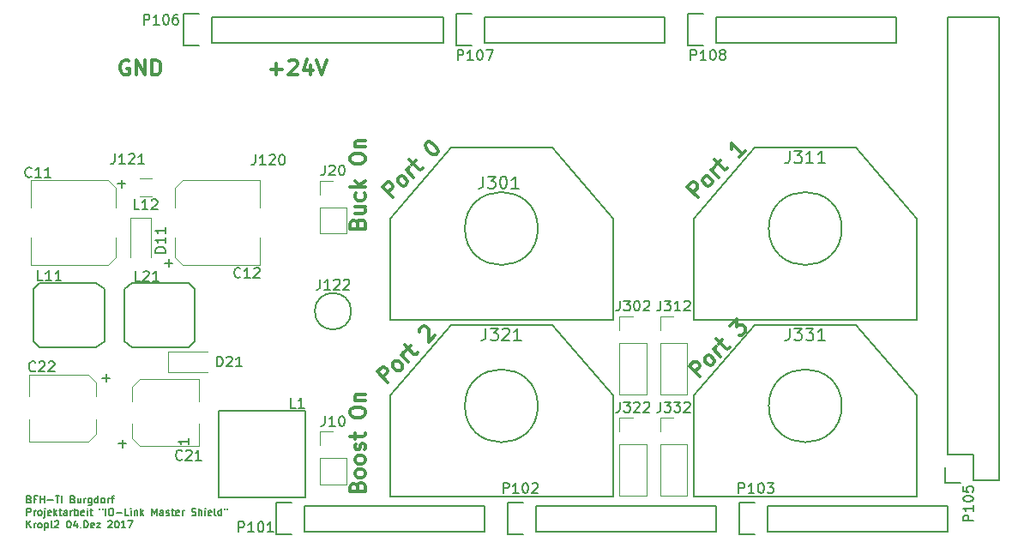
<source format=gbr>
G04 #@! TF.FileFunction,Legend,Top*
%FSLAX46Y46*%
G04 Gerber Fmt 4.6, Leading zero omitted, Abs format (unit mm)*
G04 Created by KiCad (PCBNEW 4.0.7) date 12/07/17 00:39:05*
%MOMM*%
%LPD*%
G01*
G04 APERTURE LIST*
%ADD10C,0.100000*%
%ADD11C,0.300000*%
%ADD12C,0.175000*%
%ADD13C,0.150000*%
%ADD14C,0.120000*%
G04 APERTURE END LIST*
D10*
D11*
X171609726Y-105143918D02*
X170549066Y-104083258D01*
X170953126Y-103679198D01*
X171104650Y-103628690D01*
X171205665Y-103628690D01*
X171357188Y-103679198D01*
X171508711Y-103830720D01*
X171559219Y-103982244D01*
X171559219Y-104083258D01*
X171508711Y-104234782D01*
X171104650Y-104638843D01*
X172821909Y-103931735D02*
X172670386Y-103982244D01*
X172569371Y-103982243D01*
X172417848Y-103931736D01*
X172114802Y-103628690D01*
X172064295Y-103477167D01*
X172064294Y-103376152D01*
X172114802Y-103224628D01*
X172266325Y-103073106D01*
X172417848Y-103022599D01*
X172518864Y-103022599D01*
X172670387Y-103073106D01*
X172973432Y-103376152D01*
X173023939Y-103527675D01*
X173023939Y-103628690D01*
X172973431Y-103780213D01*
X172821909Y-103931735D01*
X173630031Y-103123613D02*
X172922924Y-102416507D01*
X173124955Y-102618538D02*
X173074447Y-102467015D01*
X173074447Y-102365999D01*
X173124955Y-102214476D01*
X173225970Y-102113461D01*
X173428000Y-101911431D02*
X173832061Y-101507369D01*
X173225970Y-101406354D02*
X174135107Y-102315492D01*
X174286630Y-102366000D01*
X174438153Y-102315491D01*
X174539168Y-102214476D01*
X174539168Y-100093156D02*
X175195767Y-99436557D01*
X175246275Y-100194172D01*
X175397798Y-100042649D01*
X175549321Y-99992141D01*
X175650336Y-99992141D01*
X175801859Y-100042649D01*
X176054397Y-100295187D01*
X176104905Y-100446709D01*
X176104905Y-100547725D01*
X176054397Y-100699247D01*
X175751351Y-101002294D01*
X175599828Y-101052802D01*
X175498813Y-101052801D01*
X140809726Y-105693918D02*
X139749066Y-104633258D01*
X140153126Y-104229198D01*
X140304650Y-104178690D01*
X140405665Y-104178690D01*
X140557188Y-104229198D01*
X140708711Y-104380720D01*
X140759219Y-104532244D01*
X140759219Y-104633258D01*
X140708711Y-104784782D01*
X140304650Y-105188843D01*
X142021909Y-104481735D02*
X141870386Y-104532244D01*
X141769371Y-104532243D01*
X141617848Y-104481736D01*
X141314802Y-104178690D01*
X141264295Y-104027167D01*
X141264294Y-103926152D01*
X141314802Y-103774628D01*
X141466325Y-103623106D01*
X141617848Y-103572599D01*
X141718864Y-103572599D01*
X141870387Y-103623106D01*
X142173432Y-103926152D01*
X142223939Y-104077675D01*
X142223939Y-104178690D01*
X142173431Y-104330213D01*
X142021909Y-104481735D01*
X142830031Y-103673613D02*
X142122924Y-102966507D01*
X142324955Y-103168538D02*
X142274447Y-103017015D01*
X142274447Y-102915999D01*
X142324955Y-102764476D01*
X142425970Y-102663461D01*
X142628000Y-102461431D02*
X143032061Y-102057369D01*
X142425970Y-101956354D02*
X143335107Y-102865492D01*
X143486630Y-102916000D01*
X143638153Y-102865491D01*
X143739168Y-102764476D01*
X143890691Y-100693665D02*
X143890691Y-100592649D01*
X143941198Y-100441126D01*
X144193737Y-100188587D01*
X144345260Y-100138080D01*
X144446276Y-100138080D01*
X144597798Y-100188588D01*
X144698813Y-100289603D01*
X144799829Y-100491633D01*
X144799828Y-101703816D01*
X145456427Y-101047217D01*
X171409726Y-87443918D02*
X170349066Y-86383258D01*
X170753126Y-85979198D01*
X170904650Y-85928690D01*
X171005665Y-85928690D01*
X171157188Y-85979198D01*
X171308711Y-86130720D01*
X171359219Y-86282244D01*
X171359219Y-86383258D01*
X171308711Y-86534782D01*
X170904650Y-86938843D01*
X172621909Y-86231735D02*
X172470386Y-86282244D01*
X172369371Y-86282243D01*
X172217848Y-86231736D01*
X171914802Y-85928690D01*
X171864295Y-85777167D01*
X171864294Y-85676152D01*
X171914802Y-85524628D01*
X172066325Y-85373106D01*
X172217848Y-85322599D01*
X172318864Y-85322599D01*
X172470387Y-85373106D01*
X172773432Y-85676152D01*
X172823939Y-85827675D01*
X172823939Y-85928690D01*
X172773431Y-86080213D01*
X172621909Y-86231735D01*
X173430031Y-85423613D02*
X172722924Y-84716507D01*
X172924955Y-84918538D02*
X172874447Y-84767015D01*
X172874447Y-84665999D01*
X172924955Y-84514476D01*
X173025970Y-84413461D01*
X173228000Y-84211431D02*
X173632061Y-83807369D01*
X173025970Y-83706354D02*
X173935107Y-84615492D01*
X174086630Y-84666000D01*
X174238153Y-84615491D01*
X174339168Y-84514476D01*
X176056427Y-82797217D02*
X175450335Y-83403309D01*
X175753382Y-83100263D02*
X174692721Y-82039602D01*
X174743229Y-82292141D01*
X174743229Y-82494172D01*
X174692721Y-82645695D01*
X141309726Y-87443918D02*
X140249066Y-86383258D01*
X140653126Y-85979198D01*
X140804650Y-85928690D01*
X140905665Y-85928690D01*
X141057188Y-85979198D01*
X141208711Y-86130720D01*
X141259219Y-86282244D01*
X141259219Y-86383258D01*
X141208711Y-86534782D01*
X140804650Y-86938843D01*
X142521909Y-86231735D02*
X142370386Y-86282244D01*
X142269371Y-86282243D01*
X142117848Y-86231736D01*
X141814802Y-85928690D01*
X141764295Y-85777167D01*
X141764294Y-85676152D01*
X141814802Y-85524628D01*
X141966325Y-85373106D01*
X142117848Y-85322599D01*
X142218864Y-85322599D01*
X142370387Y-85373106D01*
X142673432Y-85676152D01*
X142723939Y-85827675D01*
X142723939Y-85928690D01*
X142673431Y-86080213D01*
X142521909Y-86231735D01*
X143330031Y-85423613D02*
X142622924Y-84716507D01*
X142824955Y-84918538D02*
X142774447Y-84767015D01*
X142774447Y-84665999D01*
X142824955Y-84514476D01*
X142925970Y-84413461D01*
X143128000Y-84211431D02*
X143532061Y-83807369D01*
X142925970Y-83706354D02*
X143835107Y-84615492D01*
X143986630Y-84666000D01*
X144138153Y-84615491D01*
X144239168Y-84514476D01*
X144542214Y-82090110D02*
X144643229Y-81989095D01*
X144794752Y-81938588D01*
X144895768Y-81938588D01*
X145047291Y-81989095D01*
X145299828Y-82140618D01*
X145552367Y-82393157D01*
X145703890Y-82645694D01*
X145754397Y-82797217D01*
X145754397Y-82898233D01*
X145703889Y-83049755D01*
X145602874Y-83150771D01*
X145451351Y-83201279D01*
X145350335Y-83201279D01*
X145198813Y-83150771D01*
X144946275Y-82999248D01*
X144693737Y-82746710D01*
X144542214Y-82494172D01*
X144491706Y-82342649D01*
X144491706Y-82241633D01*
X144542214Y-82090110D01*
X137770857Y-90023143D02*
X137842286Y-89808857D01*
X137913714Y-89737429D01*
X138056571Y-89666000D01*
X138270857Y-89666000D01*
X138413714Y-89737429D01*
X138485143Y-89808857D01*
X138556571Y-89951715D01*
X138556571Y-90523143D01*
X137056571Y-90523143D01*
X137056571Y-90023143D01*
X137128000Y-89880286D01*
X137199429Y-89808857D01*
X137342286Y-89737429D01*
X137485143Y-89737429D01*
X137628000Y-89808857D01*
X137699429Y-89880286D01*
X137770857Y-90023143D01*
X137770857Y-90523143D01*
X137556571Y-88380286D02*
X138556571Y-88380286D01*
X137556571Y-89023143D02*
X138342286Y-89023143D01*
X138485143Y-88951715D01*
X138556571Y-88808857D01*
X138556571Y-88594572D01*
X138485143Y-88451715D01*
X138413714Y-88380286D01*
X138485143Y-87023143D02*
X138556571Y-87166000D01*
X138556571Y-87451714D01*
X138485143Y-87594572D01*
X138413714Y-87666000D01*
X138270857Y-87737429D01*
X137842286Y-87737429D01*
X137699429Y-87666000D01*
X137628000Y-87594572D01*
X137556571Y-87451714D01*
X137556571Y-87166000D01*
X137628000Y-87023143D01*
X138556571Y-86380286D02*
X137056571Y-86380286D01*
X137985143Y-86237429D02*
X138556571Y-85808858D01*
X137556571Y-85808858D02*
X138128000Y-86380286D01*
X137056571Y-83737429D02*
X137056571Y-83451715D01*
X137128000Y-83308857D01*
X137270857Y-83166000D01*
X137556571Y-83094572D01*
X138056571Y-83094572D01*
X138342286Y-83166000D01*
X138485143Y-83308857D01*
X138556571Y-83451715D01*
X138556571Y-83737429D01*
X138485143Y-83880286D01*
X138342286Y-84023143D01*
X138056571Y-84094572D01*
X137556571Y-84094572D01*
X137270857Y-84023143D01*
X137128000Y-83880286D01*
X137056571Y-83737429D01*
X137556571Y-82451714D02*
X138556571Y-82451714D01*
X137699429Y-82451714D02*
X137628000Y-82380286D01*
X137556571Y-82237428D01*
X137556571Y-82023143D01*
X137628000Y-81880286D01*
X137770857Y-81808857D01*
X138556571Y-81808857D01*
X137770857Y-115987429D02*
X137842286Y-115773143D01*
X137913714Y-115701715D01*
X138056571Y-115630286D01*
X138270857Y-115630286D01*
X138413714Y-115701715D01*
X138485143Y-115773143D01*
X138556571Y-115916001D01*
X138556571Y-116487429D01*
X137056571Y-116487429D01*
X137056571Y-115987429D01*
X137128000Y-115844572D01*
X137199429Y-115773143D01*
X137342286Y-115701715D01*
X137485143Y-115701715D01*
X137628000Y-115773143D01*
X137699429Y-115844572D01*
X137770857Y-115987429D01*
X137770857Y-116487429D01*
X138556571Y-114773143D02*
X138485143Y-114916001D01*
X138413714Y-114987429D01*
X138270857Y-115058858D01*
X137842286Y-115058858D01*
X137699429Y-114987429D01*
X137628000Y-114916001D01*
X137556571Y-114773143D01*
X137556571Y-114558858D01*
X137628000Y-114416001D01*
X137699429Y-114344572D01*
X137842286Y-114273143D01*
X138270857Y-114273143D01*
X138413714Y-114344572D01*
X138485143Y-114416001D01*
X138556571Y-114558858D01*
X138556571Y-114773143D01*
X138556571Y-113416000D02*
X138485143Y-113558858D01*
X138413714Y-113630286D01*
X138270857Y-113701715D01*
X137842286Y-113701715D01*
X137699429Y-113630286D01*
X137628000Y-113558858D01*
X137556571Y-113416000D01*
X137556571Y-113201715D01*
X137628000Y-113058858D01*
X137699429Y-112987429D01*
X137842286Y-112916000D01*
X138270857Y-112916000D01*
X138413714Y-112987429D01*
X138485143Y-113058858D01*
X138556571Y-113201715D01*
X138556571Y-113416000D01*
X138485143Y-112344572D02*
X138556571Y-112201715D01*
X138556571Y-111916000D01*
X138485143Y-111773143D01*
X138342286Y-111701715D01*
X138270857Y-111701715D01*
X138128000Y-111773143D01*
X138056571Y-111916000D01*
X138056571Y-112130286D01*
X137985143Y-112273143D01*
X137842286Y-112344572D01*
X137770857Y-112344572D01*
X137628000Y-112273143D01*
X137556571Y-112130286D01*
X137556571Y-111916000D01*
X137628000Y-111773143D01*
X137556571Y-111273143D02*
X137556571Y-110701714D01*
X137056571Y-111058857D02*
X138342286Y-111058857D01*
X138485143Y-110987429D01*
X138556571Y-110844571D01*
X138556571Y-110701714D01*
X137056571Y-108773143D02*
X137056571Y-108487429D01*
X137128000Y-108344571D01*
X137270857Y-108201714D01*
X137556571Y-108130286D01*
X138056571Y-108130286D01*
X138342286Y-108201714D01*
X138485143Y-108344571D01*
X138556571Y-108487429D01*
X138556571Y-108773143D01*
X138485143Y-108916000D01*
X138342286Y-109058857D01*
X138056571Y-109130286D01*
X137556571Y-109130286D01*
X137270857Y-109058857D01*
X137128000Y-108916000D01*
X137056571Y-108773143D01*
X137556571Y-107487428D02*
X138556571Y-107487428D01*
X137699429Y-107487428D02*
X137628000Y-107416000D01*
X137556571Y-107273142D01*
X137556571Y-107058857D01*
X137628000Y-106916000D01*
X137770857Y-106844571D01*
X138556571Y-106844571D01*
D12*
X105400000Y-117225000D02*
X105500000Y-117258333D01*
X105533333Y-117291667D01*
X105566667Y-117358333D01*
X105566667Y-117458333D01*
X105533333Y-117525000D01*
X105500000Y-117558333D01*
X105433333Y-117591667D01*
X105166667Y-117591667D01*
X105166667Y-116891667D01*
X105400000Y-116891667D01*
X105466667Y-116925000D01*
X105500000Y-116958333D01*
X105533333Y-117025000D01*
X105533333Y-117091667D01*
X105500000Y-117158333D01*
X105466667Y-117191667D01*
X105400000Y-117225000D01*
X105166667Y-117225000D01*
X106100000Y-117225000D02*
X105866667Y-117225000D01*
X105866667Y-117591667D02*
X105866667Y-116891667D01*
X106200000Y-116891667D01*
X106466667Y-117591667D02*
X106466667Y-116891667D01*
X106466667Y-117225000D02*
X106866667Y-117225000D01*
X106866667Y-117591667D02*
X106866667Y-116891667D01*
X107200000Y-117325000D02*
X107733333Y-117325000D01*
X107966667Y-116891667D02*
X108366667Y-116891667D01*
X108166667Y-117591667D02*
X108166667Y-116891667D01*
X108600000Y-117591667D02*
X108600000Y-116891667D01*
X109699999Y-117225000D02*
X109799999Y-117258333D01*
X109833332Y-117291667D01*
X109866666Y-117358333D01*
X109866666Y-117458333D01*
X109833332Y-117525000D01*
X109799999Y-117558333D01*
X109733332Y-117591667D01*
X109466666Y-117591667D01*
X109466666Y-116891667D01*
X109699999Y-116891667D01*
X109766666Y-116925000D01*
X109799999Y-116958333D01*
X109833332Y-117025000D01*
X109833332Y-117091667D01*
X109799999Y-117158333D01*
X109766666Y-117191667D01*
X109699999Y-117225000D01*
X109466666Y-117225000D01*
X110466666Y-117125000D02*
X110466666Y-117591667D01*
X110166666Y-117125000D02*
X110166666Y-117491667D01*
X110199999Y-117558333D01*
X110266666Y-117591667D01*
X110366666Y-117591667D01*
X110433332Y-117558333D01*
X110466666Y-117525000D01*
X110799999Y-117591667D02*
X110799999Y-117125000D01*
X110799999Y-117258333D02*
X110833332Y-117191667D01*
X110866665Y-117158333D01*
X110933332Y-117125000D01*
X110999999Y-117125000D01*
X111533332Y-117125000D02*
X111533332Y-117691667D01*
X111499998Y-117758333D01*
X111466665Y-117791667D01*
X111399998Y-117825000D01*
X111299998Y-117825000D01*
X111233332Y-117791667D01*
X111533332Y-117558333D02*
X111466665Y-117591667D01*
X111333332Y-117591667D01*
X111266665Y-117558333D01*
X111233332Y-117525000D01*
X111199998Y-117458333D01*
X111199998Y-117258333D01*
X111233332Y-117191667D01*
X111266665Y-117158333D01*
X111333332Y-117125000D01*
X111466665Y-117125000D01*
X111533332Y-117158333D01*
X112166665Y-117591667D02*
X112166665Y-116891667D01*
X112166665Y-117558333D02*
X112099998Y-117591667D01*
X111966665Y-117591667D01*
X111899998Y-117558333D01*
X111866665Y-117525000D01*
X111833331Y-117458333D01*
X111833331Y-117258333D01*
X111866665Y-117191667D01*
X111899998Y-117158333D01*
X111966665Y-117125000D01*
X112099998Y-117125000D01*
X112166665Y-117158333D01*
X112599998Y-117591667D02*
X112533331Y-117558333D01*
X112499998Y-117525000D01*
X112466664Y-117458333D01*
X112466664Y-117258333D01*
X112499998Y-117191667D01*
X112533331Y-117158333D01*
X112599998Y-117125000D01*
X112699998Y-117125000D01*
X112766664Y-117158333D01*
X112799998Y-117191667D01*
X112833331Y-117258333D01*
X112833331Y-117458333D01*
X112799998Y-117525000D01*
X112766664Y-117558333D01*
X112699998Y-117591667D01*
X112599998Y-117591667D01*
X113133331Y-117591667D02*
X113133331Y-117125000D01*
X113133331Y-117258333D02*
X113166664Y-117191667D01*
X113199997Y-117158333D01*
X113266664Y-117125000D01*
X113333331Y-117125000D01*
X113466664Y-117125000D02*
X113733330Y-117125000D01*
X113566664Y-117591667D02*
X113566664Y-116991667D01*
X113599997Y-116925000D01*
X113666664Y-116891667D01*
X113733330Y-116891667D01*
X105166667Y-118816667D02*
X105166667Y-118116667D01*
X105433333Y-118116667D01*
X105500000Y-118150000D01*
X105533333Y-118183333D01*
X105566667Y-118250000D01*
X105566667Y-118350000D01*
X105533333Y-118416667D01*
X105500000Y-118450000D01*
X105433333Y-118483333D01*
X105166667Y-118483333D01*
X105866667Y-118816667D02*
X105866667Y-118350000D01*
X105866667Y-118483333D02*
X105900000Y-118416667D01*
X105933333Y-118383333D01*
X106000000Y-118350000D01*
X106066667Y-118350000D01*
X106400000Y-118816667D02*
X106333333Y-118783333D01*
X106300000Y-118750000D01*
X106266666Y-118683333D01*
X106266666Y-118483333D01*
X106300000Y-118416667D01*
X106333333Y-118383333D01*
X106400000Y-118350000D01*
X106500000Y-118350000D01*
X106566666Y-118383333D01*
X106600000Y-118416667D01*
X106633333Y-118483333D01*
X106633333Y-118683333D01*
X106600000Y-118750000D01*
X106566666Y-118783333D01*
X106500000Y-118816667D01*
X106400000Y-118816667D01*
X106933333Y-118350000D02*
X106933333Y-118950000D01*
X106899999Y-119016667D01*
X106833333Y-119050000D01*
X106799999Y-119050000D01*
X106933333Y-118116667D02*
X106899999Y-118150000D01*
X106933333Y-118183333D01*
X106966666Y-118150000D01*
X106933333Y-118116667D01*
X106933333Y-118183333D01*
X107533332Y-118783333D02*
X107466666Y-118816667D01*
X107333332Y-118816667D01*
X107266666Y-118783333D01*
X107233332Y-118716667D01*
X107233332Y-118450000D01*
X107266666Y-118383333D01*
X107333332Y-118350000D01*
X107466666Y-118350000D01*
X107533332Y-118383333D01*
X107566666Y-118450000D01*
X107566666Y-118516667D01*
X107233332Y-118583333D01*
X107866666Y-118816667D02*
X107866666Y-118116667D01*
X107933332Y-118550000D02*
X108133332Y-118816667D01*
X108133332Y-118350000D02*
X107866666Y-118616667D01*
X108333333Y-118350000D02*
X108599999Y-118350000D01*
X108433333Y-118116667D02*
X108433333Y-118716667D01*
X108466666Y-118783333D01*
X108533333Y-118816667D01*
X108599999Y-118816667D01*
X109133333Y-118816667D02*
X109133333Y-118450000D01*
X109099999Y-118383333D01*
X109033333Y-118350000D01*
X108899999Y-118350000D01*
X108833333Y-118383333D01*
X109133333Y-118783333D02*
X109066666Y-118816667D01*
X108899999Y-118816667D01*
X108833333Y-118783333D01*
X108799999Y-118716667D01*
X108799999Y-118650000D01*
X108833333Y-118583333D01*
X108899999Y-118550000D01*
X109066666Y-118550000D01*
X109133333Y-118516667D01*
X109466666Y-118816667D02*
X109466666Y-118350000D01*
X109466666Y-118483333D02*
X109499999Y-118416667D01*
X109533332Y-118383333D01*
X109599999Y-118350000D01*
X109666666Y-118350000D01*
X109899999Y-118816667D02*
X109899999Y-118116667D01*
X109899999Y-118383333D02*
X109966665Y-118350000D01*
X110099999Y-118350000D01*
X110166665Y-118383333D01*
X110199999Y-118416667D01*
X110233332Y-118483333D01*
X110233332Y-118683333D01*
X110199999Y-118750000D01*
X110166665Y-118783333D01*
X110099999Y-118816667D01*
X109966665Y-118816667D01*
X109899999Y-118783333D01*
X110799998Y-118783333D02*
X110733332Y-118816667D01*
X110599998Y-118816667D01*
X110533332Y-118783333D01*
X110499998Y-118716667D01*
X110499998Y-118450000D01*
X110533332Y-118383333D01*
X110599998Y-118350000D01*
X110733332Y-118350000D01*
X110799998Y-118383333D01*
X110833332Y-118450000D01*
X110833332Y-118516667D01*
X110499998Y-118583333D01*
X111133332Y-118816667D02*
X111133332Y-118350000D01*
X111133332Y-118116667D02*
X111099998Y-118150000D01*
X111133332Y-118183333D01*
X111166665Y-118150000D01*
X111133332Y-118116667D01*
X111133332Y-118183333D01*
X111366665Y-118350000D02*
X111633331Y-118350000D01*
X111466665Y-118116667D02*
X111466665Y-118716667D01*
X111499998Y-118783333D01*
X111566665Y-118816667D01*
X111633331Y-118816667D01*
X112366664Y-118116667D02*
X112366664Y-118250000D01*
X112633331Y-118116667D02*
X112633331Y-118250000D01*
X112933331Y-118816667D02*
X112933331Y-118116667D01*
X113399997Y-118116667D02*
X113533330Y-118116667D01*
X113599997Y-118150000D01*
X113666664Y-118216667D01*
X113699997Y-118350000D01*
X113699997Y-118583333D01*
X113666664Y-118716667D01*
X113599997Y-118783333D01*
X113533330Y-118816667D01*
X113399997Y-118816667D01*
X113333330Y-118783333D01*
X113266664Y-118716667D01*
X113233330Y-118583333D01*
X113233330Y-118350000D01*
X113266664Y-118216667D01*
X113333330Y-118150000D01*
X113399997Y-118116667D01*
X113999997Y-118550000D02*
X114533330Y-118550000D01*
X115199997Y-118816667D02*
X114866664Y-118816667D01*
X114866664Y-118116667D01*
X115433331Y-118816667D02*
X115433331Y-118350000D01*
X115433331Y-118116667D02*
X115399997Y-118150000D01*
X115433331Y-118183333D01*
X115466664Y-118150000D01*
X115433331Y-118116667D01*
X115433331Y-118183333D01*
X115766664Y-118350000D02*
X115766664Y-118816667D01*
X115766664Y-118416667D02*
X115799997Y-118383333D01*
X115866664Y-118350000D01*
X115966664Y-118350000D01*
X116033330Y-118383333D01*
X116066664Y-118450000D01*
X116066664Y-118816667D01*
X116399997Y-118816667D02*
X116399997Y-118116667D01*
X116466663Y-118550000D02*
X116666663Y-118816667D01*
X116666663Y-118350000D02*
X116399997Y-118616667D01*
X117499997Y-118816667D02*
X117499997Y-118116667D01*
X117733330Y-118616667D01*
X117966663Y-118116667D01*
X117966663Y-118816667D01*
X118599997Y-118816667D02*
X118599997Y-118450000D01*
X118566663Y-118383333D01*
X118499997Y-118350000D01*
X118366663Y-118350000D01*
X118299997Y-118383333D01*
X118599997Y-118783333D02*
X118533330Y-118816667D01*
X118366663Y-118816667D01*
X118299997Y-118783333D01*
X118266663Y-118716667D01*
X118266663Y-118650000D01*
X118299997Y-118583333D01*
X118366663Y-118550000D01*
X118533330Y-118550000D01*
X118599997Y-118516667D01*
X118899996Y-118783333D02*
X118966663Y-118816667D01*
X119099996Y-118816667D01*
X119166663Y-118783333D01*
X119199996Y-118716667D01*
X119199996Y-118683333D01*
X119166663Y-118616667D01*
X119099996Y-118583333D01*
X118999996Y-118583333D01*
X118933330Y-118550000D01*
X118899996Y-118483333D01*
X118899996Y-118450000D01*
X118933330Y-118383333D01*
X118999996Y-118350000D01*
X119099996Y-118350000D01*
X119166663Y-118383333D01*
X119399997Y-118350000D02*
X119666663Y-118350000D01*
X119499997Y-118116667D02*
X119499997Y-118716667D01*
X119533330Y-118783333D01*
X119599997Y-118816667D01*
X119666663Y-118816667D01*
X120166663Y-118783333D02*
X120099997Y-118816667D01*
X119966663Y-118816667D01*
X119899997Y-118783333D01*
X119866663Y-118716667D01*
X119866663Y-118450000D01*
X119899997Y-118383333D01*
X119966663Y-118350000D01*
X120099997Y-118350000D01*
X120166663Y-118383333D01*
X120199997Y-118450000D01*
X120199997Y-118516667D01*
X119866663Y-118583333D01*
X120499997Y-118816667D02*
X120499997Y-118350000D01*
X120499997Y-118483333D02*
X120533330Y-118416667D01*
X120566663Y-118383333D01*
X120633330Y-118350000D01*
X120699997Y-118350000D01*
X121433329Y-118783333D02*
X121533329Y-118816667D01*
X121699996Y-118816667D01*
X121766663Y-118783333D01*
X121799996Y-118750000D01*
X121833329Y-118683333D01*
X121833329Y-118616667D01*
X121799996Y-118550000D01*
X121766663Y-118516667D01*
X121699996Y-118483333D01*
X121566663Y-118450000D01*
X121499996Y-118416667D01*
X121466663Y-118383333D01*
X121433329Y-118316667D01*
X121433329Y-118250000D01*
X121466663Y-118183333D01*
X121499996Y-118150000D01*
X121566663Y-118116667D01*
X121733329Y-118116667D01*
X121833329Y-118150000D01*
X122133330Y-118816667D02*
X122133330Y-118116667D01*
X122433330Y-118816667D02*
X122433330Y-118450000D01*
X122399996Y-118383333D01*
X122333330Y-118350000D01*
X122233330Y-118350000D01*
X122166663Y-118383333D01*
X122133330Y-118416667D01*
X122766663Y-118816667D02*
X122766663Y-118350000D01*
X122766663Y-118116667D02*
X122733329Y-118150000D01*
X122766663Y-118183333D01*
X122799996Y-118150000D01*
X122766663Y-118116667D01*
X122766663Y-118183333D01*
X123366662Y-118783333D02*
X123299996Y-118816667D01*
X123166662Y-118816667D01*
X123099996Y-118783333D01*
X123066662Y-118716667D01*
X123066662Y-118450000D01*
X123099996Y-118383333D01*
X123166662Y-118350000D01*
X123299996Y-118350000D01*
X123366662Y-118383333D01*
X123399996Y-118450000D01*
X123399996Y-118516667D01*
X123066662Y-118583333D01*
X123799996Y-118816667D02*
X123733329Y-118783333D01*
X123699996Y-118716667D01*
X123699996Y-118116667D01*
X124366663Y-118816667D02*
X124366663Y-118116667D01*
X124366663Y-118783333D02*
X124299996Y-118816667D01*
X124166663Y-118816667D01*
X124099996Y-118783333D01*
X124066663Y-118750000D01*
X124033329Y-118683333D01*
X124033329Y-118483333D01*
X124066663Y-118416667D01*
X124099996Y-118383333D01*
X124166663Y-118350000D01*
X124299996Y-118350000D01*
X124366663Y-118383333D01*
X124666662Y-118116667D02*
X124666662Y-118250000D01*
X124933329Y-118116667D02*
X124933329Y-118250000D01*
X105166667Y-120041667D02*
X105166667Y-119341667D01*
X105566667Y-120041667D02*
X105266667Y-119641667D01*
X105566667Y-119341667D02*
X105166667Y-119741667D01*
X105866667Y-120041667D02*
X105866667Y-119575000D01*
X105866667Y-119708333D02*
X105900000Y-119641667D01*
X105933333Y-119608333D01*
X106000000Y-119575000D01*
X106066667Y-119575000D01*
X106400000Y-120041667D02*
X106333333Y-120008333D01*
X106300000Y-119975000D01*
X106266666Y-119908333D01*
X106266666Y-119708333D01*
X106300000Y-119641667D01*
X106333333Y-119608333D01*
X106400000Y-119575000D01*
X106500000Y-119575000D01*
X106566666Y-119608333D01*
X106600000Y-119641667D01*
X106633333Y-119708333D01*
X106633333Y-119908333D01*
X106600000Y-119975000D01*
X106566666Y-120008333D01*
X106500000Y-120041667D01*
X106400000Y-120041667D01*
X106933333Y-119575000D02*
X106933333Y-120275000D01*
X106933333Y-119608333D02*
X106999999Y-119575000D01*
X107133333Y-119575000D01*
X107199999Y-119608333D01*
X107233333Y-119641667D01*
X107266666Y-119708333D01*
X107266666Y-119908333D01*
X107233333Y-119975000D01*
X107199999Y-120008333D01*
X107133333Y-120041667D01*
X106999999Y-120041667D01*
X106933333Y-120008333D01*
X107666666Y-120041667D02*
X107599999Y-120008333D01*
X107566666Y-119941667D01*
X107566666Y-119341667D01*
X107899999Y-119408333D02*
X107933333Y-119375000D01*
X107999999Y-119341667D01*
X108166666Y-119341667D01*
X108233333Y-119375000D01*
X108266666Y-119408333D01*
X108299999Y-119475000D01*
X108299999Y-119541667D01*
X108266666Y-119641667D01*
X107866666Y-120041667D01*
X108299999Y-120041667D01*
X109266666Y-119341667D02*
X109333333Y-119341667D01*
X109399999Y-119375000D01*
X109433333Y-119408333D01*
X109466666Y-119475000D01*
X109499999Y-119608333D01*
X109499999Y-119775000D01*
X109466666Y-119908333D01*
X109433333Y-119975000D01*
X109399999Y-120008333D01*
X109333333Y-120041667D01*
X109266666Y-120041667D01*
X109199999Y-120008333D01*
X109166666Y-119975000D01*
X109133333Y-119908333D01*
X109099999Y-119775000D01*
X109099999Y-119608333D01*
X109133333Y-119475000D01*
X109166666Y-119408333D01*
X109199999Y-119375000D01*
X109266666Y-119341667D01*
X110100000Y-119575000D02*
X110100000Y-120041667D01*
X109933333Y-119308333D02*
X109766666Y-119808333D01*
X110200000Y-119808333D01*
X110466667Y-119975000D02*
X110500000Y-120008333D01*
X110466667Y-120041667D01*
X110433333Y-120008333D01*
X110466667Y-119975000D01*
X110466667Y-120041667D01*
X110800000Y-120041667D02*
X110800000Y-119341667D01*
X110966666Y-119341667D01*
X111066666Y-119375000D01*
X111133333Y-119441667D01*
X111166666Y-119508333D01*
X111200000Y-119641667D01*
X111200000Y-119741667D01*
X111166666Y-119875000D01*
X111133333Y-119941667D01*
X111066666Y-120008333D01*
X110966666Y-120041667D01*
X110800000Y-120041667D01*
X111766666Y-120008333D02*
X111700000Y-120041667D01*
X111566666Y-120041667D01*
X111500000Y-120008333D01*
X111466666Y-119941667D01*
X111466666Y-119675000D01*
X111500000Y-119608333D01*
X111566666Y-119575000D01*
X111700000Y-119575000D01*
X111766666Y-119608333D01*
X111800000Y-119675000D01*
X111800000Y-119741667D01*
X111466666Y-119808333D01*
X112033333Y-119575000D02*
X112400000Y-119575000D01*
X112033333Y-120041667D01*
X112400000Y-120041667D01*
X113166666Y-119408333D02*
X113200000Y-119375000D01*
X113266666Y-119341667D01*
X113433333Y-119341667D01*
X113500000Y-119375000D01*
X113533333Y-119408333D01*
X113566666Y-119475000D01*
X113566666Y-119541667D01*
X113533333Y-119641667D01*
X113133333Y-120041667D01*
X113566666Y-120041667D01*
X114000000Y-119341667D02*
X114066667Y-119341667D01*
X114133333Y-119375000D01*
X114166667Y-119408333D01*
X114200000Y-119475000D01*
X114233333Y-119608333D01*
X114233333Y-119775000D01*
X114200000Y-119908333D01*
X114166667Y-119975000D01*
X114133333Y-120008333D01*
X114066667Y-120041667D01*
X114000000Y-120041667D01*
X113933333Y-120008333D01*
X113900000Y-119975000D01*
X113866667Y-119908333D01*
X113833333Y-119775000D01*
X113833333Y-119608333D01*
X113866667Y-119475000D01*
X113900000Y-119408333D01*
X113933333Y-119375000D01*
X114000000Y-119341667D01*
X114900000Y-120041667D02*
X114500000Y-120041667D01*
X114700000Y-120041667D02*
X114700000Y-119341667D01*
X114633334Y-119441667D01*
X114566667Y-119508333D01*
X114500000Y-119541667D01*
X115133334Y-119341667D02*
X115600001Y-119341667D01*
X115300001Y-120041667D01*
D11*
X129235144Y-74773143D02*
X130378001Y-74773143D01*
X129806572Y-75344571D02*
X129806572Y-74201714D01*
X131020858Y-73987429D02*
X131092287Y-73916000D01*
X131235144Y-73844571D01*
X131592287Y-73844571D01*
X131735144Y-73916000D01*
X131806573Y-73987429D01*
X131878001Y-74130286D01*
X131878001Y-74273143D01*
X131806573Y-74487429D01*
X130949430Y-75344571D01*
X131878001Y-75344571D01*
X133163715Y-74344571D02*
X133163715Y-75344571D01*
X132806572Y-73773143D02*
X132449429Y-74844571D01*
X133378001Y-74844571D01*
X133735143Y-73844571D02*
X134235143Y-75344571D01*
X134735143Y-73844571D01*
X115235143Y-73916000D02*
X115092286Y-73844571D01*
X114878000Y-73844571D01*
X114663715Y-73916000D01*
X114520857Y-74058857D01*
X114449429Y-74201714D01*
X114378000Y-74487429D01*
X114378000Y-74701714D01*
X114449429Y-74987429D01*
X114520857Y-75130286D01*
X114663715Y-75273143D01*
X114878000Y-75344571D01*
X115020857Y-75344571D01*
X115235143Y-75273143D01*
X115306572Y-75201714D01*
X115306572Y-74701714D01*
X115020857Y-74701714D01*
X115949429Y-75344571D02*
X115949429Y-73844571D01*
X116806572Y-75344571D01*
X116806572Y-73844571D01*
X117520858Y-75344571D02*
X117520858Y-73844571D01*
X117878001Y-73844571D01*
X118092286Y-73916000D01*
X118235144Y-74058857D01*
X118306572Y-74201714D01*
X118378001Y-74487429D01*
X118378001Y-74701714D01*
X118306572Y-74987429D01*
X118235144Y-75130286D01*
X118092286Y-75273143D01*
X117878001Y-75344571D01*
X117520858Y-75344571D01*
D13*
X121102381Y-111220285D02*
X121102381Y-111791714D01*
X121102381Y-111506000D02*
X120102381Y-111506000D01*
X120245238Y-111601238D01*
X120340476Y-111696476D01*
X120388095Y-111791714D01*
X124128000Y-108526000D02*
X132628000Y-108526000D01*
X124128000Y-117026000D02*
X124128000Y-108526000D01*
X132628000Y-117026000D02*
X124128000Y-117026000D01*
X132628000Y-108526000D02*
X132628000Y-117026000D01*
X187000000Y-82500000D02*
X193000000Y-89500000D01*
X193000000Y-89500000D02*
X193000000Y-99500000D01*
X193000000Y-99500000D02*
X171000000Y-99500000D01*
X171000000Y-99500000D02*
X171000000Y-89500000D01*
X171000000Y-89500000D02*
X177000000Y-82500000D01*
X177000000Y-82500000D02*
X187000000Y-82500000D01*
X185600000Y-90500000D02*
G75*
G03X185600000Y-90500000I-3600000J0D01*
G01*
X157000000Y-82500000D02*
X163000000Y-89500000D01*
X163000000Y-89500000D02*
X163000000Y-99500000D01*
X163000000Y-99500000D02*
X141000000Y-99500000D01*
X141000000Y-99500000D02*
X141000000Y-89500000D01*
X141000000Y-89500000D02*
X147000000Y-82500000D01*
X147000000Y-82500000D02*
X157000000Y-82500000D01*
X155600000Y-90500000D02*
G75*
G03X155600000Y-90500000I-3600000J0D01*
G01*
X155448000Y-120396000D02*
X173228000Y-120396000D01*
X173228000Y-120396000D02*
X173228000Y-117856000D01*
X173228000Y-117856000D02*
X155448000Y-117856000D01*
X152628000Y-120676000D02*
X154178000Y-120676000D01*
X155448000Y-120396000D02*
X155448000Y-117856000D01*
X154178000Y-117576000D02*
X152628000Y-117576000D01*
X152628000Y-117576000D02*
X152628000Y-120676000D01*
X178308000Y-120396000D02*
X196088000Y-120396000D01*
X196088000Y-120396000D02*
X196088000Y-117856000D01*
X196088000Y-117856000D02*
X178308000Y-117856000D01*
X175488000Y-120676000D02*
X177038000Y-120676000D01*
X178308000Y-120396000D02*
X178308000Y-117856000D01*
X177038000Y-117576000D02*
X175488000Y-117576000D01*
X175488000Y-117576000D02*
X175488000Y-120676000D01*
X150368000Y-72136000D02*
X168148000Y-72136000D01*
X168148000Y-72136000D02*
X168148000Y-69596000D01*
X168148000Y-69596000D02*
X150368000Y-69596000D01*
X147548000Y-72416000D02*
X149098000Y-72416000D01*
X150368000Y-72136000D02*
X150368000Y-69596000D01*
X149098000Y-69316000D02*
X147548000Y-69316000D01*
X147548000Y-69316000D02*
X147548000Y-72416000D01*
X173228000Y-72136000D02*
X191008000Y-72136000D01*
X191008000Y-72136000D02*
X191008000Y-69596000D01*
X191008000Y-69596000D02*
X173228000Y-69596000D01*
X170408000Y-72416000D02*
X171958000Y-72416000D01*
X173228000Y-72136000D02*
X173228000Y-69596000D01*
X171958000Y-69316000D02*
X170408000Y-69316000D01*
X170408000Y-69316000D02*
X170408000Y-72416000D01*
X201168000Y-115316000D02*
X201168000Y-69596000D01*
X196088000Y-69596000D02*
X196088000Y-112776000D01*
X201168000Y-69596000D02*
X196088000Y-69596000D01*
X201168000Y-115316000D02*
X198628000Y-115316000D01*
X195808000Y-114046000D02*
X195808000Y-115596000D01*
X198628000Y-115316000D02*
X198628000Y-112776000D01*
X198628000Y-112776000D02*
X196088000Y-112776000D01*
X195808000Y-115596000D02*
X197358000Y-115596000D01*
D14*
X163670000Y-101770000D02*
X163670000Y-106910000D01*
X163670000Y-106910000D02*
X166330000Y-106910000D01*
X166330000Y-106910000D02*
X166330000Y-101770000D01*
X166330000Y-101770000D02*
X163670000Y-101770000D01*
X163670000Y-100500000D02*
X163670000Y-99170000D01*
X163670000Y-99170000D02*
X165000000Y-99170000D01*
X105412000Y-111504000D02*
X105412000Y-109324000D01*
X105412000Y-104904000D02*
X105412000Y-107084000D01*
X112012000Y-105664000D02*
X112012000Y-107084000D01*
X112012000Y-110744000D02*
X112012000Y-109324000D01*
X105412000Y-104904000D02*
X111252000Y-104904000D01*
X111252000Y-104904000D02*
X112012000Y-105664000D01*
X112012000Y-110744000D02*
X111252000Y-111504000D01*
X111252000Y-111504000D02*
X105412000Y-111504000D01*
D13*
X114764000Y-96460000D02*
X114764000Y-101660000D01*
X114764000Y-101660000D02*
X115564000Y-102260000D01*
X115564000Y-102260000D02*
X121164000Y-102260000D01*
X121164000Y-102260000D02*
X121764000Y-101660000D01*
X121764000Y-101660000D02*
X121764000Y-96460000D01*
X121764000Y-96460000D02*
X121164000Y-95860000D01*
X121164000Y-95860000D02*
X115564000Y-95860000D01*
X115564000Y-95860000D02*
X114764000Y-96460000D01*
X112820000Y-101660000D02*
X112820000Y-96460000D01*
X112820000Y-96460000D02*
X112020000Y-95860000D01*
X112020000Y-95860000D02*
X106420000Y-95860000D01*
X106420000Y-95860000D02*
X105820000Y-96460000D01*
X105820000Y-96460000D02*
X105820000Y-101660000D01*
X105820000Y-101660000D02*
X106420000Y-102260000D01*
X106420000Y-102260000D02*
X112020000Y-102260000D01*
X112020000Y-102260000D02*
X112820000Y-101660000D01*
D14*
X122172000Y-105366000D02*
X122172000Y-107546000D01*
X122172000Y-111966000D02*
X122172000Y-109786000D01*
X115572000Y-111206000D02*
X115572000Y-109786000D01*
X115572000Y-106126000D02*
X115572000Y-107546000D01*
X122172000Y-111966000D02*
X116332000Y-111966000D01*
X116332000Y-111966000D02*
X115572000Y-111206000D01*
X115572000Y-106126000D02*
X116332000Y-105366000D01*
X116332000Y-105366000D02*
X122172000Y-105366000D01*
X113918000Y-86486000D02*
X113918000Y-88406000D01*
X113918000Y-93346000D02*
X113918000Y-91426000D01*
X105538000Y-85726000D02*
X105538000Y-88406000D01*
X105538000Y-94106000D02*
X105538000Y-91426000D01*
X105538000Y-85726000D02*
X113158000Y-85726000D01*
X113158000Y-85726000D02*
X113918000Y-86486000D01*
X113918000Y-93346000D02*
X113158000Y-94106000D01*
X113158000Y-94106000D02*
X105538000Y-94106000D01*
D13*
X123444000Y-72136000D02*
X146304000Y-72136000D01*
X146304000Y-72136000D02*
X146304000Y-69596000D01*
X146304000Y-69596000D02*
X123444000Y-69596000D01*
X120624000Y-72416000D02*
X122174000Y-72416000D01*
X123444000Y-72136000D02*
X123444000Y-69596000D01*
X122174000Y-69316000D02*
X120624000Y-69316000D01*
X120624000Y-69316000D02*
X120624000Y-72416000D01*
X132588000Y-120396000D02*
X150368000Y-120396000D01*
X150368000Y-120396000D02*
X150368000Y-117856000D01*
X150368000Y-117856000D02*
X132588000Y-117856000D01*
X129768000Y-120676000D02*
X131318000Y-120676000D01*
X132588000Y-120396000D02*
X132588000Y-117856000D01*
X131318000Y-117576000D02*
X129768000Y-117576000D01*
X129768000Y-117576000D02*
X129768000Y-120676000D01*
D14*
X119762000Y-93346000D02*
X119762000Y-91426000D01*
X119762000Y-86486000D02*
X119762000Y-88406000D01*
X128142000Y-94106000D02*
X128142000Y-91426000D01*
X128142000Y-85726000D02*
X128142000Y-88406000D01*
X128142000Y-94106000D02*
X120522000Y-94106000D01*
X120522000Y-94106000D02*
X119762000Y-93346000D01*
X119762000Y-86486000D02*
X120522000Y-85726000D01*
X120522000Y-85726000D02*
X128142000Y-85726000D01*
D13*
X137178000Y-98666000D02*
G75*
G03X137178000Y-98666000I-1800000J0D01*
G01*
D14*
X117478000Y-87296000D02*
X116278000Y-87296000D01*
X116278000Y-85536000D02*
X117478000Y-85536000D01*
X117378000Y-89416000D02*
X115378000Y-89416000D01*
X115378000Y-89416000D02*
X115378000Y-93316000D01*
X117378000Y-89416000D02*
X117378000Y-93316000D01*
X119128000Y-102666000D02*
X119128000Y-104666000D01*
X119128000Y-104666000D02*
X123028000Y-104666000D01*
X119128000Y-102666000D02*
X123028000Y-102666000D01*
D13*
X157000000Y-100000000D02*
X163000000Y-107000000D01*
X163000000Y-107000000D02*
X163000000Y-117000000D01*
X163000000Y-117000000D02*
X141000000Y-117000000D01*
X141000000Y-117000000D02*
X141000000Y-107000000D01*
X141000000Y-107000000D02*
X147000000Y-100000000D01*
X147000000Y-100000000D02*
X157000000Y-100000000D01*
X155600000Y-108000000D02*
G75*
G03X155600000Y-108000000I-3600000J0D01*
G01*
D14*
X163670000Y-111770000D02*
X163670000Y-116910000D01*
X163670000Y-116910000D02*
X166330000Y-116910000D01*
X166330000Y-116910000D02*
X166330000Y-111770000D01*
X166330000Y-111770000D02*
X163670000Y-111770000D01*
X163670000Y-110500000D02*
X163670000Y-109170000D01*
X163670000Y-109170000D02*
X165000000Y-109170000D01*
X167670000Y-101770000D02*
X167670000Y-106910000D01*
X167670000Y-106910000D02*
X170330000Y-106910000D01*
X170330000Y-106910000D02*
X170330000Y-101770000D01*
X170330000Y-101770000D02*
X167670000Y-101770000D01*
X167670000Y-100500000D02*
X167670000Y-99170000D01*
X167670000Y-99170000D02*
X169000000Y-99170000D01*
D13*
X187000000Y-100000000D02*
X193000000Y-107000000D01*
X193000000Y-107000000D02*
X193000000Y-117000000D01*
X193000000Y-117000000D02*
X171000000Y-117000000D01*
X171000000Y-117000000D02*
X171000000Y-107000000D01*
X171000000Y-107000000D02*
X177000000Y-100000000D01*
X177000000Y-100000000D02*
X187000000Y-100000000D01*
X185600000Y-108000000D02*
G75*
G03X185600000Y-108000000I-3600000J0D01*
G01*
D14*
X167670000Y-111770000D02*
X167670000Y-116910000D01*
X167670000Y-116910000D02*
X170330000Y-116910000D01*
X170330000Y-116910000D02*
X170330000Y-111770000D01*
X170330000Y-111770000D02*
X167670000Y-111770000D01*
X167670000Y-110500000D02*
X167670000Y-109170000D01*
X167670000Y-109170000D02*
X169000000Y-109170000D01*
X134048000Y-115746000D02*
X136708000Y-115746000D01*
X134048000Y-113146000D02*
X134048000Y-115746000D01*
X136708000Y-113146000D02*
X136708000Y-115746000D01*
X134048000Y-113146000D02*
X136708000Y-113146000D01*
X134048000Y-111876000D02*
X134048000Y-110546000D01*
X134048000Y-110546000D02*
X135378000Y-110546000D01*
X134048000Y-90996000D02*
X136708000Y-90996000D01*
X134048000Y-88396000D02*
X134048000Y-90996000D01*
X136708000Y-88396000D02*
X136708000Y-90996000D01*
X134048000Y-88396000D02*
X136708000Y-88396000D01*
X134048000Y-87126000D02*
X134048000Y-85796000D01*
X134048000Y-85796000D02*
X135378000Y-85796000D01*
D13*
X131679334Y-108202381D02*
X131203143Y-108202381D01*
X131203143Y-107202381D01*
X132536477Y-108202381D02*
X131965048Y-108202381D01*
X132250762Y-108202381D02*
X132250762Y-107202381D01*
X132155524Y-107345238D01*
X132060286Y-107440476D01*
X131965048Y-107488095D01*
X180457143Y-82842857D02*
X180457143Y-83700000D01*
X180400001Y-83871429D01*
X180285715Y-83985714D01*
X180114286Y-84042857D01*
X180000001Y-84042857D01*
X180914287Y-82842857D02*
X181657144Y-82842857D01*
X181257144Y-83300000D01*
X181428572Y-83300000D01*
X181542858Y-83357143D01*
X181600001Y-83414286D01*
X181657144Y-83528571D01*
X181657144Y-83814286D01*
X181600001Y-83928571D01*
X181542858Y-83985714D01*
X181428572Y-84042857D01*
X181085715Y-84042857D01*
X180971429Y-83985714D01*
X180914287Y-83928571D01*
X182800001Y-84042857D02*
X182114286Y-84042857D01*
X182457144Y-84042857D02*
X182457144Y-82842857D01*
X182342858Y-83014286D01*
X182228572Y-83128571D01*
X182114286Y-83185714D01*
X183942858Y-84042857D02*
X183257143Y-84042857D01*
X183600001Y-84042857D02*
X183600001Y-82842857D01*
X183485715Y-83014286D01*
X183371429Y-83128571D01*
X183257143Y-83185714D01*
X150207143Y-85342857D02*
X150207143Y-86200000D01*
X150150001Y-86371429D01*
X150035715Y-86485714D01*
X149864286Y-86542857D01*
X149750001Y-86542857D01*
X150664287Y-85342857D02*
X151407144Y-85342857D01*
X151007144Y-85800000D01*
X151178572Y-85800000D01*
X151292858Y-85857143D01*
X151350001Y-85914286D01*
X151407144Y-86028571D01*
X151407144Y-86314286D01*
X151350001Y-86428571D01*
X151292858Y-86485714D01*
X151178572Y-86542857D01*
X150835715Y-86542857D01*
X150721429Y-86485714D01*
X150664287Y-86428571D01*
X152150001Y-85342857D02*
X152264286Y-85342857D01*
X152378572Y-85400000D01*
X152435715Y-85457143D01*
X152492858Y-85571429D01*
X152550001Y-85800000D01*
X152550001Y-86085714D01*
X152492858Y-86314286D01*
X152435715Y-86428571D01*
X152378572Y-86485714D01*
X152264286Y-86542857D01*
X152150001Y-86542857D01*
X152035715Y-86485714D01*
X151978572Y-86428571D01*
X151921429Y-86314286D01*
X151864286Y-86085714D01*
X151864286Y-85800000D01*
X151921429Y-85571429D01*
X151978572Y-85457143D01*
X152035715Y-85400000D01*
X152150001Y-85342857D01*
X153692858Y-86542857D02*
X153007143Y-86542857D01*
X153350001Y-86542857D02*
X153350001Y-85342857D01*
X153235715Y-85514286D01*
X153121429Y-85628571D01*
X153007143Y-85685714D01*
X152187524Y-116618381D02*
X152187524Y-115618381D01*
X152568477Y-115618381D01*
X152663715Y-115666000D01*
X152711334Y-115713619D01*
X152758953Y-115808857D01*
X152758953Y-115951714D01*
X152711334Y-116046952D01*
X152663715Y-116094571D01*
X152568477Y-116142190D01*
X152187524Y-116142190D01*
X153711334Y-116618381D02*
X153139905Y-116618381D01*
X153425619Y-116618381D02*
X153425619Y-115618381D01*
X153330381Y-115761238D01*
X153235143Y-115856476D01*
X153139905Y-115904095D01*
X154330381Y-115618381D02*
X154425620Y-115618381D01*
X154520858Y-115666000D01*
X154568477Y-115713619D01*
X154616096Y-115808857D01*
X154663715Y-115999333D01*
X154663715Y-116237429D01*
X154616096Y-116427905D01*
X154568477Y-116523143D01*
X154520858Y-116570762D01*
X154425620Y-116618381D01*
X154330381Y-116618381D01*
X154235143Y-116570762D01*
X154187524Y-116523143D01*
X154139905Y-116427905D01*
X154092286Y-116237429D01*
X154092286Y-115999333D01*
X154139905Y-115808857D01*
X154187524Y-115713619D01*
X154235143Y-115666000D01*
X154330381Y-115618381D01*
X155044667Y-115713619D02*
X155092286Y-115666000D01*
X155187524Y-115618381D01*
X155425620Y-115618381D01*
X155520858Y-115666000D01*
X155568477Y-115713619D01*
X155616096Y-115808857D01*
X155616096Y-115904095D01*
X155568477Y-116046952D01*
X154997048Y-116618381D01*
X155616096Y-116618381D01*
X175437524Y-116618381D02*
X175437524Y-115618381D01*
X175818477Y-115618381D01*
X175913715Y-115666000D01*
X175961334Y-115713619D01*
X176008953Y-115808857D01*
X176008953Y-115951714D01*
X175961334Y-116046952D01*
X175913715Y-116094571D01*
X175818477Y-116142190D01*
X175437524Y-116142190D01*
X176961334Y-116618381D02*
X176389905Y-116618381D01*
X176675619Y-116618381D02*
X176675619Y-115618381D01*
X176580381Y-115761238D01*
X176485143Y-115856476D01*
X176389905Y-115904095D01*
X177580381Y-115618381D02*
X177675620Y-115618381D01*
X177770858Y-115666000D01*
X177818477Y-115713619D01*
X177866096Y-115808857D01*
X177913715Y-115999333D01*
X177913715Y-116237429D01*
X177866096Y-116427905D01*
X177818477Y-116523143D01*
X177770858Y-116570762D01*
X177675620Y-116618381D01*
X177580381Y-116618381D01*
X177485143Y-116570762D01*
X177437524Y-116523143D01*
X177389905Y-116427905D01*
X177342286Y-116237429D01*
X177342286Y-115999333D01*
X177389905Y-115808857D01*
X177437524Y-115713619D01*
X177485143Y-115666000D01*
X177580381Y-115618381D01*
X178247048Y-115618381D02*
X178866096Y-115618381D01*
X178532762Y-115999333D01*
X178675620Y-115999333D01*
X178770858Y-116046952D01*
X178818477Y-116094571D01*
X178866096Y-116189810D01*
X178866096Y-116427905D01*
X178818477Y-116523143D01*
X178770858Y-116570762D01*
X178675620Y-116618381D01*
X178389905Y-116618381D01*
X178294667Y-116570762D01*
X178247048Y-116523143D01*
X147687524Y-73868381D02*
X147687524Y-72868381D01*
X148068477Y-72868381D01*
X148163715Y-72916000D01*
X148211334Y-72963619D01*
X148258953Y-73058857D01*
X148258953Y-73201714D01*
X148211334Y-73296952D01*
X148163715Y-73344571D01*
X148068477Y-73392190D01*
X147687524Y-73392190D01*
X149211334Y-73868381D02*
X148639905Y-73868381D01*
X148925619Y-73868381D02*
X148925619Y-72868381D01*
X148830381Y-73011238D01*
X148735143Y-73106476D01*
X148639905Y-73154095D01*
X149830381Y-72868381D02*
X149925620Y-72868381D01*
X150020858Y-72916000D01*
X150068477Y-72963619D01*
X150116096Y-73058857D01*
X150163715Y-73249333D01*
X150163715Y-73487429D01*
X150116096Y-73677905D01*
X150068477Y-73773143D01*
X150020858Y-73820762D01*
X149925620Y-73868381D01*
X149830381Y-73868381D01*
X149735143Y-73820762D01*
X149687524Y-73773143D01*
X149639905Y-73677905D01*
X149592286Y-73487429D01*
X149592286Y-73249333D01*
X149639905Y-73058857D01*
X149687524Y-72963619D01*
X149735143Y-72916000D01*
X149830381Y-72868381D01*
X150497048Y-72868381D02*
X151163715Y-72868381D01*
X150735143Y-73868381D01*
X170687524Y-73868381D02*
X170687524Y-72868381D01*
X171068477Y-72868381D01*
X171163715Y-72916000D01*
X171211334Y-72963619D01*
X171258953Y-73058857D01*
X171258953Y-73201714D01*
X171211334Y-73296952D01*
X171163715Y-73344571D01*
X171068477Y-73392190D01*
X170687524Y-73392190D01*
X172211334Y-73868381D02*
X171639905Y-73868381D01*
X171925619Y-73868381D02*
X171925619Y-72868381D01*
X171830381Y-73011238D01*
X171735143Y-73106476D01*
X171639905Y-73154095D01*
X172830381Y-72868381D02*
X172925620Y-72868381D01*
X173020858Y-72916000D01*
X173068477Y-72963619D01*
X173116096Y-73058857D01*
X173163715Y-73249333D01*
X173163715Y-73487429D01*
X173116096Y-73677905D01*
X173068477Y-73773143D01*
X173020858Y-73820762D01*
X172925620Y-73868381D01*
X172830381Y-73868381D01*
X172735143Y-73820762D01*
X172687524Y-73773143D01*
X172639905Y-73677905D01*
X172592286Y-73487429D01*
X172592286Y-73249333D01*
X172639905Y-73058857D01*
X172687524Y-72963619D01*
X172735143Y-72916000D01*
X172830381Y-72868381D01*
X173735143Y-73296952D02*
X173639905Y-73249333D01*
X173592286Y-73201714D01*
X173544667Y-73106476D01*
X173544667Y-73058857D01*
X173592286Y-72963619D01*
X173639905Y-72916000D01*
X173735143Y-72868381D01*
X173925620Y-72868381D01*
X174020858Y-72916000D01*
X174068477Y-72963619D01*
X174116096Y-73058857D01*
X174116096Y-73106476D01*
X174068477Y-73201714D01*
X174020858Y-73249333D01*
X173925620Y-73296952D01*
X173735143Y-73296952D01*
X173639905Y-73344571D01*
X173592286Y-73392190D01*
X173544667Y-73487429D01*
X173544667Y-73677905D01*
X173592286Y-73773143D01*
X173639905Y-73820762D01*
X173735143Y-73868381D01*
X173925620Y-73868381D01*
X174020858Y-73820762D01*
X174068477Y-73773143D01*
X174116096Y-73677905D01*
X174116096Y-73487429D01*
X174068477Y-73392190D01*
X174020858Y-73344571D01*
X173925620Y-73296952D01*
X198580381Y-119356476D02*
X197580381Y-119356476D01*
X197580381Y-118975523D01*
X197628000Y-118880285D01*
X197675619Y-118832666D01*
X197770857Y-118785047D01*
X197913714Y-118785047D01*
X198008952Y-118832666D01*
X198056571Y-118880285D01*
X198104190Y-118975523D01*
X198104190Y-119356476D01*
X198580381Y-117832666D02*
X198580381Y-118404095D01*
X198580381Y-118118381D02*
X197580381Y-118118381D01*
X197723238Y-118213619D01*
X197818476Y-118308857D01*
X197866095Y-118404095D01*
X197580381Y-117213619D02*
X197580381Y-117118380D01*
X197628000Y-117023142D01*
X197675619Y-116975523D01*
X197770857Y-116927904D01*
X197961333Y-116880285D01*
X198199429Y-116880285D01*
X198389905Y-116927904D01*
X198485143Y-116975523D01*
X198532762Y-117023142D01*
X198580381Y-117118380D01*
X198580381Y-117213619D01*
X198532762Y-117308857D01*
X198485143Y-117356476D01*
X198389905Y-117404095D01*
X198199429Y-117451714D01*
X197961333Y-117451714D01*
X197770857Y-117404095D01*
X197675619Y-117356476D01*
X197628000Y-117308857D01*
X197580381Y-117213619D01*
X197580381Y-115975523D02*
X197580381Y-116451714D01*
X198056571Y-116499333D01*
X198008952Y-116451714D01*
X197961333Y-116356476D01*
X197961333Y-116118380D01*
X198008952Y-116023142D01*
X198056571Y-115975523D01*
X198151810Y-115927904D01*
X198389905Y-115927904D01*
X198485143Y-115975523D01*
X198532762Y-116023142D01*
X198580381Y-116118380D01*
X198580381Y-116356476D01*
X198532762Y-116451714D01*
X198485143Y-116499333D01*
X163714286Y-97622381D02*
X163714286Y-98336667D01*
X163666666Y-98479524D01*
X163571428Y-98574762D01*
X163428571Y-98622381D01*
X163333333Y-98622381D01*
X164095238Y-97622381D02*
X164714286Y-97622381D01*
X164380952Y-98003333D01*
X164523810Y-98003333D01*
X164619048Y-98050952D01*
X164666667Y-98098571D01*
X164714286Y-98193810D01*
X164714286Y-98431905D01*
X164666667Y-98527143D01*
X164619048Y-98574762D01*
X164523810Y-98622381D01*
X164238095Y-98622381D01*
X164142857Y-98574762D01*
X164095238Y-98527143D01*
X165333333Y-97622381D02*
X165428572Y-97622381D01*
X165523810Y-97670000D01*
X165571429Y-97717619D01*
X165619048Y-97812857D01*
X165666667Y-98003333D01*
X165666667Y-98241429D01*
X165619048Y-98431905D01*
X165571429Y-98527143D01*
X165523810Y-98574762D01*
X165428572Y-98622381D01*
X165333333Y-98622381D01*
X165238095Y-98574762D01*
X165190476Y-98527143D01*
X165142857Y-98431905D01*
X165095238Y-98241429D01*
X165095238Y-98003333D01*
X165142857Y-97812857D01*
X165190476Y-97717619D01*
X165238095Y-97670000D01*
X165333333Y-97622381D01*
X166047619Y-97717619D02*
X166095238Y-97670000D01*
X166190476Y-97622381D01*
X166428572Y-97622381D01*
X166523810Y-97670000D01*
X166571429Y-97717619D01*
X166619048Y-97812857D01*
X166619048Y-97908095D01*
X166571429Y-98050952D01*
X166000000Y-98622381D01*
X166619048Y-98622381D01*
X105985143Y-104523143D02*
X105937524Y-104570762D01*
X105794667Y-104618381D01*
X105699429Y-104618381D01*
X105556571Y-104570762D01*
X105461333Y-104475524D01*
X105413714Y-104380286D01*
X105366095Y-104189810D01*
X105366095Y-104046952D01*
X105413714Y-103856476D01*
X105461333Y-103761238D01*
X105556571Y-103666000D01*
X105699429Y-103618381D01*
X105794667Y-103618381D01*
X105937524Y-103666000D01*
X105985143Y-103713619D01*
X106366095Y-103713619D02*
X106413714Y-103666000D01*
X106508952Y-103618381D01*
X106747048Y-103618381D01*
X106842286Y-103666000D01*
X106889905Y-103713619D01*
X106937524Y-103808857D01*
X106937524Y-103904095D01*
X106889905Y-104046952D01*
X106318476Y-104618381D01*
X106937524Y-104618381D01*
X107318476Y-103713619D02*
X107366095Y-103666000D01*
X107461333Y-103618381D01*
X107699429Y-103618381D01*
X107794667Y-103666000D01*
X107842286Y-103713619D01*
X107889905Y-103808857D01*
X107889905Y-103904095D01*
X107842286Y-104046952D01*
X107270857Y-104618381D01*
X107889905Y-104618381D01*
X112611048Y-105265429D02*
X113372953Y-105265429D01*
X112992001Y-105646381D02*
X112992001Y-104884476D01*
X116357143Y-95702381D02*
X115880952Y-95702381D01*
X115880952Y-94702381D01*
X116642857Y-94797619D02*
X116690476Y-94750000D01*
X116785714Y-94702381D01*
X117023810Y-94702381D01*
X117119048Y-94750000D01*
X117166667Y-94797619D01*
X117214286Y-94892857D01*
X117214286Y-94988095D01*
X117166667Y-95130952D01*
X116595238Y-95702381D01*
X117214286Y-95702381D01*
X118166667Y-95702381D02*
X117595238Y-95702381D01*
X117880952Y-95702381D02*
X117880952Y-94702381D01*
X117785714Y-94845238D01*
X117690476Y-94940476D01*
X117595238Y-94988095D01*
X106735143Y-95618381D02*
X106258952Y-95618381D01*
X106258952Y-94618381D01*
X107592286Y-95618381D02*
X107020857Y-95618381D01*
X107306571Y-95618381D02*
X107306571Y-94618381D01*
X107211333Y-94761238D01*
X107116095Y-94856476D01*
X107020857Y-94904095D01*
X108544667Y-95618381D02*
X107973238Y-95618381D01*
X108258952Y-95618381D02*
X108258952Y-94618381D01*
X108163714Y-94761238D01*
X108068476Y-94856476D01*
X107973238Y-94904095D01*
X120485143Y-113273143D02*
X120437524Y-113320762D01*
X120294667Y-113368381D01*
X120199429Y-113368381D01*
X120056571Y-113320762D01*
X119961333Y-113225524D01*
X119913714Y-113130286D01*
X119866095Y-112939810D01*
X119866095Y-112796952D01*
X119913714Y-112606476D01*
X119961333Y-112511238D01*
X120056571Y-112416000D01*
X120199429Y-112368381D01*
X120294667Y-112368381D01*
X120437524Y-112416000D01*
X120485143Y-112463619D01*
X120866095Y-112463619D02*
X120913714Y-112416000D01*
X121008952Y-112368381D01*
X121247048Y-112368381D01*
X121342286Y-112416000D01*
X121389905Y-112463619D01*
X121437524Y-112558857D01*
X121437524Y-112654095D01*
X121389905Y-112796952D01*
X120818476Y-113368381D01*
X121437524Y-113368381D01*
X122389905Y-113368381D02*
X121818476Y-113368381D01*
X122104190Y-113368381D02*
X122104190Y-112368381D01*
X122008952Y-112511238D01*
X121913714Y-112606476D01*
X121818476Y-112654095D01*
X114211048Y-111747429D02*
X114972953Y-111747429D01*
X114592001Y-112128381D02*
X114592001Y-111366476D01*
X105607143Y-85357143D02*
X105559524Y-85404762D01*
X105416667Y-85452381D01*
X105321429Y-85452381D01*
X105178571Y-85404762D01*
X105083333Y-85309524D01*
X105035714Y-85214286D01*
X104988095Y-85023810D01*
X104988095Y-84880952D01*
X105035714Y-84690476D01*
X105083333Y-84595238D01*
X105178571Y-84500000D01*
X105321429Y-84452381D01*
X105416667Y-84452381D01*
X105559524Y-84500000D01*
X105607143Y-84547619D01*
X106559524Y-85452381D02*
X105988095Y-85452381D01*
X106273809Y-85452381D02*
X106273809Y-84452381D01*
X106178571Y-84595238D01*
X106083333Y-84690476D01*
X105988095Y-84738095D01*
X107511905Y-85452381D02*
X106940476Y-85452381D01*
X107226190Y-85452381D02*
X107226190Y-84452381D01*
X107130952Y-84595238D01*
X107035714Y-84690476D01*
X106940476Y-84738095D01*
X114127048Y-86077429D02*
X114888953Y-86077429D01*
X114508001Y-86458381D02*
X114508001Y-85696476D01*
X116687524Y-70368381D02*
X116687524Y-69368381D01*
X117068477Y-69368381D01*
X117163715Y-69416000D01*
X117211334Y-69463619D01*
X117258953Y-69558857D01*
X117258953Y-69701714D01*
X117211334Y-69796952D01*
X117163715Y-69844571D01*
X117068477Y-69892190D01*
X116687524Y-69892190D01*
X118211334Y-70368381D02*
X117639905Y-70368381D01*
X117925619Y-70368381D02*
X117925619Y-69368381D01*
X117830381Y-69511238D01*
X117735143Y-69606476D01*
X117639905Y-69654095D01*
X118830381Y-69368381D02*
X118925620Y-69368381D01*
X119020858Y-69416000D01*
X119068477Y-69463619D01*
X119116096Y-69558857D01*
X119163715Y-69749333D01*
X119163715Y-69987429D01*
X119116096Y-70177905D01*
X119068477Y-70273143D01*
X119020858Y-70320762D01*
X118925620Y-70368381D01*
X118830381Y-70368381D01*
X118735143Y-70320762D01*
X118687524Y-70273143D01*
X118639905Y-70177905D01*
X118592286Y-69987429D01*
X118592286Y-69749333D01*
X118639905Y-69558857D01*
X118687524Y-69463619D01*
X118735143Y-69416000D01*
X118830381Y-69368381D01*
X120020858Y-69368381D02*
X119830381Y-69368381D01*
X119735143Y-69416000D01*
X119687524Y-69463619D01*
X119592286Y-69606476D01*
X119544667Y-69796952D01*
X119544667Y-70177905D01*
X119592286Y-70273143D01*
X119639905Y-70320762D01*
X119735143Y-70368381D01*
X119925620Y-70368381D01*
X120020858Y-70320762D01*
X120068477Y-70273143D01*
X120116096Y-70177905D01*
X120116096Y-69939810D01*
X120068477Y-69844571D01*
X120020858Y-69796952D01*
X119925620Y-69749333D01*
X119735143Y-69749333D01*
X119639905Y-69796952D01*
X119592286Y-69844571D01*
X119544667Y-69939810D01*
X126059524Y-120452381D02*
X126059524Y-119452381D01*
X126440477Y-119452381D01*
X126535715Y-119500000D01*
X126583334Y-119547619D01*
X126630953Y-119642857D01*
X126630953Y-119785714D01*
X126583334Y-119880952D01*
X126535715Y-119928571D01*
X126440477Y-119976190D01*
X126059524Y-119976190D01*
X127583334Y-120452381D02*
X127011905Y-120452381D01*
X127297619Y-120452381D02*
X127297619Y-119452381D01*
X127202381Y-119595238D01*
X127107143Y-119690476D01*
X127011905Y-119738095D01*
X128202381Y-119452381D02*
X128297620Y-119452381D01*
X128392858Y-119500000D01*
X128440477Y-119547619D01*
X128488096Y-119642857D01*
X128535715Y-119833333D01*
X128535715Y-120071429D01*
X128488096Y-120261905D01*
X128440477Y-120357143D01*
X128392858Y-120404762D01*
X128297620Y-120452381D01*
X128202381Y-120452381D01*
X128107143Y-120404762D01*
X128059524Y-120357143D01*
X128011905Y-120261905D01*
X127964286Y-120071429D01*
X127964286Y-119833333D01*
X128011905Y-119642857D01*
X128059524Y-119547619D01*
X128107143Y-119500000D01*
X128202381Y-119452381D01*
X129488096Y-120452381D02*
X128916667Y-120452381D01*
X129202381Y-120452381D02*
X129202381Y-119452381D01*
X129107143Y-119595238D01*
X129011905Y-119690476D01*
X128916667Y-119738095D01*
X126235143Y-95273143D02*
X126187524Y-95320762D01*
X126044667Y-95368381D01*
X125949429Y-95368381D01*
X125806571Y-95320762D01*
X125711333Y-95225524D01*
X125663714Y-95130286D01*
X125616095Y-94939810D01*
X125616095Y-94796952D01*
X125663714Y-94606476D01*
X125711333Y-94511238D01*
X125806571Y-94416000D01*
X125949429Y-94368381D01*
X126044667Y-94368381D01*
X126187524Y-94416000D01*
X126235143Y-94463619D01*
X127187524Y-95368381D02*
X126616095Y-95368381D01*
X126901809Y-95368381D02*
X126901809Y-94368381D01*
X126806571Y-94511238D01*
X126711333Y-94606476D01*
X126616095Y-94654095D01*
X127568476Y-94463619D02*
X127616095Y-94416000D01*
X127711333Y-94368381D01*
X127949429Y-94368381D01*
X128044667Y-94416000D01*
X128092286Y-94463619D01*
X128139905Y-94558857D01*
X128139905Y-94654095D01*
X128092286Y-94796952D01*
X127520857Y-95368381D01*
X128139905Y-95368381D01*
X118791048Y-93897429D02*
X119552953Y-93897429D01*
X119172001Y-94278381D02*
X119172001Y-93516476D01*
X134092286Y-95518381D02*
X134092286Y-96232667D01*
X134044666Y-96375524D01*
X133949428Y-96470762D01*
X133806571Y-96518381D01*
X133711333Y-96518381D01*
X135092286Y-96518381D02*
X134520857Y-96518381D01*
X134806571Y-96518381D02*
X134806571Y-95518381D01*
X134711333Y-95661238D01*
X134616095Y-95756476D01*
X134520857Y-95804095D01*
X135473238Y-95613619D02*
X135520857Y-95566000D01*
X135616095Y-95518381D01*
X135854191Y-95518381D01*
X135949429Y-95566000D01*
X135997048Y-95613619D01*
X136044667Y-95708857D01*
X136044667Y-95804095D01*
X135997048Y-95946952D01*
X135425619Y-96518381D01*
X136044667Y-96518381D01*
X136425619Y-95613619D02*
X136473238Y-95566000D01*
X136568476Y-95518381D01*
X136806572Y-95518381D01*
X136901810Y-95566000D01*
X136949429Y-95613619D01*
X136997048Y-95708857D01*
X136997048Y-95804095D01*
X136949429Y-95946952D01*
X136378000Y-96518381D01*
X136997048Y-96518381D01*
X116235143Y-88618381D02*
X115758952Y-88618381D01*
X115758952Y-87618381D01*
X117092286Y-88618381D02*
X116520857Y-88618381D01*
X116806571Y-88618381D02*
X116806571Y-87618381D01*
X116711333Y-87761238D01*
X116616095Y-87856476D01*
X116520857Y-87904095D01*
X117473238Y-87713619D02*
X117520857Y-87666000D01*
X117616095Y-87618381D01*
X117854191Y-87618381D01*
X117949429Y-87666000D01*
X117997048Y-87713619D01*
X118044667Y-87808857D01*
X118044667Y-87904095D01*
X117997048Y-88046952D01*
X117425619Y-88618381D01*
X118044667Y-88618381D01*
X113842286Y-83118381D02*
X113842286Y-83832667D01*
X113794666Y-83975524D01*
X113699428Y-84070762D01*
X113556571Y-84118381D01*
X113461333Y-84118381D01*
X114842286Y-84118381D02*
X114270857Y-84118381D01*
X114556571Y-84118381D02*
X114556571Y-83118381D01*
X114461333Y-83261238D01*
X114366095Y-83356476D01*
X114270857Y-83404095D01*
X115223238Y-83213619D02*
X115270857Y-83166000D01*
X115366095Y-83118381D01*
X115604191Y-83118381D01*
X115699429Y-83166000D01*
X115747048Y-83213619D01*
X115794667Y-83308857D01*
X115794667Y-83404095D01*
X115747048Y-83546952D01*
X115175619Y-84118381D01*
X115794667Y-84118381D01*
X116747048Y-84118381D02*
X116175619Y-84118381D01*
X116461333Y-84118381D02*
X116461333Y-83118381D01*
X116366095Y-83261238D01*
X116270857Y-83356476D01*
X116175619Y-83404095D01*
X127714286Y-83202381D02*
X127714286Y-83916667D01*
X127666666Y-84059524D01*
X127571428Y-84154762D01*
X127428571Y-84202381D01*
X127333333Y-84202381D01*
X128714286Y-84202381D02*
X128142857Y-84202381D01*
X128428571Y-84202381D02*
X128428571Y-83202381D01*
X128333333Y-83345238D01*
X128238095Y-83440476D01*
X128142857Y-83488095D01*
X129095238Y-83297619D02*
X129142857Y-83250000D01*
X129238095Y-83202381D01*
X129476191Y-83202381D01*
X129571429Y-83250000D01*
X129619048Y-83297619D01*
X129666667Y-83392857D01*
X129666667Y-83488095D01*
X129619048Y-83630952D01*
X129047619Y-84202381D01*
X129666667Y-84202381D01*
X130285714Y-83202381D02*
X130380953Y-83202381D01*
X130476191Y-83250000D01*
X130523810Y-83297619D01*
X130571429Y-83392857D01*
X130619048Y-83583333D01*
X130619048Y-83821429D01*
X130571429Y-84011905D01*
X130523810Y-84107143D01*
X130476191Y-84154762D01*
X130380953Y-84202381D01*
X130285714Y-84202381D01*
X130190476Y-84154762D01*
X130142857Y-84107143D01*
X130095238Y-84011905D01*
X130047619Y-83821429D01*
X130047619Y-83583333D01*
X130095238Y-83392857D01*
X130142857Y-83297619D01*
X130190476Y-83250000D01*
X130285714Y-83202381D01*
X118830381Y-92880286D02*
X117830381Y-92880286D01*
X117830381Y-92642191D01*
X117878000Y-92499333D01*
X117973238Y-92404095D01*
X118068476Y-92356476D01*
X118258952Y-92308857D01*
X118401810Y-92308857D01*
X118592286Y-92356476D01*
X118687524Y-92404095D01*
X118782762Y-92499333D01*
X118830381Y-92642191D01*
X118830381Y-92880286D01*
X118830381Y-91356476D02*
X118830381Y-91927905D01*
X118830381Y-91642191D02*
X117830381Y-91642191D01*
X117973238Y-91737429D01*
X118068476Y-91832667D01*
X118116095Y-91927905D01*
X118830381Y-90404095D02*
X118830381Y-90975524D01*
X118830381Y-90689810D02*
X117830381Y-90689810D01*
X117973238Y-90785048D01*
X118068476Y-90880286D01*
X118116095Y-90975524D01*
X123913714Y-104118381D02*
X123913714Y-103118381D01*
X124151809Y-103118381D01*
X124294667Y-103166000D01*
X124389905Y-103261238D01*
X124437524Y-103356476D01*
X124485143Y-103546952D01*
X124485143Y-103689810D01*
X124437524Y-103880286D01*
X124389905Y-103975524D01*
X124294667Y-104070762D01*
X124151809Y-104118381D01*
X123913714Y-104118381D01*
X124866095Y-103213619D02*
X124913714Y-103166000D01*
X125008952Y-103118381D01*
X125247048Y-103118381D01*
X125342286Y-103166000D01*
X125389905Y-103213619D01*
X125437524Y-103308857D01*
X125437524Y-103404095D01*
X125389905Y-103546952D01*
X124818476Y-104118381D01*
X125437524Y-104118381D01*
X126389905Y-104118381D02*
X125818476Y-104118381D01*
X126104190Y-104118381D02*
X126104190Y-103118381D01*
X126008952Y-103261238D01*
X125913714Y-103356476D01*
X125818476Y-103404095D01*
X150457143Y-100342857D02*
X150457143Y-101200000D01*
X150400001Y-101371429D01*
X150285715Y-101485714D01*
X150114286Y-101542857D01*
X150000001Y-101542857D01*
X150914287Y-100342857D02*
X151657144Y-100342857D01*
X151257144Y-100800000D01*
X151428572Y-100800000D01*
X151542858Y-100857143D01*
X151600001Y-100914286D01*
X151657144Y-101028571D01*
X151657144Y-101314286D01*
X151600001Y-101428571D01*
X151542858Y-101485714D01*
X151428572Y-101542857D01*
X151085715Y-101542857D01*
X150971429Y-101485714D01*
X150914287Y-101428571D01*
X152114286Y-100457143D02*
X152171429Y-100400000D01*
X152285715Y-100342857D01*
X152571429Y-100342857D01*
X152685715Y-100400000D01*
X152742858Y-100457143D01*
X152800001Y-100571429D01*
X152800001Y-100685714D01*
X152742858Y-100857143D01*
X152057144Y-101542857D01*
X152800001Y-101542857D01*
X153942858Y-101542857D02*
X153257143Y-101542857D01*
X153600001Y-101542857D02*
X153600001Y-100342857D01*
X153485715Y-100514286D01*
X153371429Y-100628571D01*
X153257143Y-100685714D01*
X163714286Y-107622381D02*
X163714286Y-108336667D01*
X163666666Y-108479524D01*
X163571428Y-108574762D01*
X163428571Y-108622381D01*
X163333333Y-108622381D01*
X164095238Y-107622381D02*
X164714286Y-107622381D01*
X164380952Y-108003333D01*
X164523810Y-108003333D01*
X164619048Y-108050952D01*
X164666667Y-108098571D01*
X164714286Y-108193810D01*
X164714286Y-108431905D01*
X164666667Y-108527143D01*
X164619048Y-108574762D01*
X164523810Y-108622381D01*
X164238095Y-108622381D01*
X164142857Y-108574762D01*
X164095238Y-108527143D01*
X165095238Y-107717619D02*
X165142857Y-107670000D01*
X165238095Y-107622381D01*
X165476191Y-107622381D01*
X165571429Y-107670000D01*
X165619048Y-107717619D01*
X165666667Y-107812857D01*
X165666667Y-107908095D01*
X165619048Y-108050952D01*
X165047619Y-108622381D01*
X165666667Y-108622381D01*
X166047619Y-107717619D02*
X166095238Y-107670000D01*
X166190476Y-107622381D01*
X166428572Y-107622381D01*
X166523810Y-107670000D01*
X166571429Y-107717619D01*
X166619048Y-107812857D01*
X166619048Y-107908095D01*
X166571429Y-108050952D01*
X166000000Y-108622381D01*
X166619048Y-108622381D01*
X167714286Y-97622381D02*
X167714286Y-98336667D01*
X167666666Y-98479524D01*
X167571428Y-98574762D01*
X167428571Y-98622381D01*
X167333333Y-98622381D01*
X168095238Y-97622381D02*
X168714286Y-97622381D01*
X168380952Y-98003333D01*
X168523810Y-98003333D01*
X168619048Y-98050952D01*
X168666667Y-98098571D01*
X168714286Y-98193810D01*
X168714286Y-98431905D01*
X168666667Y-98527143D01*
X168619048Y-98574762D01*
X168523810Y-98622381D01*
X168238095Y-98622381D01*
X168142857Y-98574762D01*
X168095238Y-98527143D01*
X169666667Y-98622381D02*
X169095238Y-98622381D01*
X169380952Y-98622381D02*
X169380952Y-97622381D01*
X169285714Y-97765238D01*
X169190476Y-97860476D01*
X169095238Y-97908095D01*
X170047619Y-97717619D02*
X170095238Y-97670000D01*
X170190476Y-97622381D01*
X170428572Y-97622381D01*
X170523810Y-97670000D01*
X170571429Y-97717619D01*
X170619048Y-97812857D01*
X170619048Y-97908095D01*
X170571429Y-98050952D01*
X170000000Y-98622381D01*
X170619048Y-98622381D01*
X180457143Y-100342857D02*
X180457143Y-101200000D01*
X180400001Y-101371429D01*
X180285715Y-101485714D01*
X180114286Y-101542857D01*
X180000001Y-101542857D01*
X180914287Y-100342857D02*
X181657144Y-100342857D01*
X181257144Y-100800000D01*
X181428572Y-100800000D01*
X181542858Y-100857143D01*
X181600001Y-100914286D01*
X181657144Y-101028571D01*
X181657144Y-101314286D01*
X181600001Y-101428571D01*
X181542858Y-101485714D01*
X181428572Y-101542857D01*
X181085715Y-101542857D01*
X180971429Y-101485714D01*
X180914287Y-101428571D01*
X182057144Y-100342857D02*
X182800001Y-100342857D01*
X182400001Y-100800000D01*
X182571429Y-100800000D01*
X182685715Y-100857143D01*
X182742858Y-100914286D01*
X182800001Y-101028571D01*
X182800001Y-101314286D01*
X182742858Y-101428571D01*
X182685715Y-101485714D01*
X182571429Y-101542857D01*
X182228572Y-101542857D01*
X182114286Y-101485714D01*
X182057144Y-101428571D01*
X183942858Y-101542857D02*
X183257143Y-101542857D01*
X183600001Y-101542857D02*
X183600001Y-100342857D01*
X183485715Y-100514286D01*
X183371429Y-100628571D01*
X183257143Y-100685714D01*
X167714286Y-107622381D02*
X167714286Y-108336667D01*
X167666666Y-108479524D01*
X167571428Y-108574762D01*
X167428571Y-108622381D01*
X167333333Y-108622381D01*
X168095238Y-107622381D02*
X168714286Y-107622381D01*
X168380952Y-108003333D01*
X168523810Y-108003333D01*
X168619048Y-108050952D01*
X168666667Y-108098571D01*
X168714286Y-108193810D01*
X168714286Y-108431905D01*
X168666667Y-108527143D01*
X168619048Y-108574762D01*
X168523810Y-108622381D01*
X168238095Y-108622381D01*
X168142857Y-108574762D01*
X168095238Y-108527143D01*
X169047619Y-107622381D02*
X169666667Y-107622381D01*
X169333333Y-108003333D01*
X169476191Y-108003333D01*
X169571429Y-108050952D01*
X169619048Y-108098571D01*
X169666667Y-108193810D01*
X169666667Y-108431905D01*
X169619048Y-108527143D01*
X169571429Y-108574762D01*
X169476191Y-108622381D01*
X169190476Y-108622381D01*
X169095238Y-108574762D01*
X169047619Y-108527143D01*
X170047619Y-107717619D02*
X170095238Y-107670000D01*
X170190476Y-107622381D01*
X170428572Y-107622381D01*
X170523810Y-107670000D01*
X170571429Y-107717619D01*
X170619048Y-107812857D01*
X170619048Y-107908095D01*
X170571429Y-108050952D01*
X170000000Y-108622381D01*
X170619048Y-108622381D01*
X134568477Y-108998381D02*
X134568477Y-109712667D01*
X134520857Y-109855524D01*
X134425619Y-109950762D01*
X134282762Y-109998381D01*
X134187524Y-109998381D01*
X135568477Y-109998381D02*
X134997048Y-109998381D01*
X135282762Y-109998381D02*
X135282762Y-108998381D01*
X135187524Y-109141238D01*
X135092286Y-109236476D01*
X134997048Y-109284095D01*
X136187524Y-108998381D02*
X136282763Y-108998381D01*
X136378001Y-109046000D01*
X136425620Y-109093619D01*
X136473239Y-109188857D01*
X136520858Y-109379333D01*
X136520858Y-109617429D01*
X136473239Y-109807905D01*
X136425620Y-109903143D01*
X136378001Y-109950762D01*
X136282763Y-109998381D01*
X136187524Y-109998381D01*
X136092286Y-109950762D01*
X136044667Y-109903143D01*
X135997048Y-109807905D01*
X135949429Y-109617429D01*
X135949429Y-109379333D01*
X135997048Y-109188857D01*
X136044667Y-109093619D01*
X136092286Y-109046000D01*
X136187524Y-108998381D01*
X134568477Y-84248381D02*
X134568477Y-84962667D01*
X134520857Y-85105524D01*
X134425619Y-85200762D01*
X134282762Y-85248381D01*
X134187524Y-85248381D01*
X134997048Y-84343619D02*
X135044667Y-84296000D01*
X135139905Y-84248381D01*
X135378001Y-84248381D01*
X135473239Y-84296000D01*
X135520858Y-84343619D01*
X135568477Y-84438857D01*
X135568477Y-84534095D01*
X135520858Y-84676952D01*
X134949429Y-85248381D01*
X135568477Y-85248381D01*
X136187524Y-84248381D02*
X136282763Y-84248381D01*
X136378001Y-84296000D01*
X136425620Y-84343619D01*
X136473239Y-84438857D01*
X136520858Y-84629333D01*
X136520858Y-84867429D01*
X136473239Y-85057905D01*
X136425620Y-85153143D01*
X136378001Y-85200762D01*
X136282763Y-85248381D01*
X136187524Y-85248381D01*
X136092286Y-85200762D01*
X136044667Y-85153143D01*
X135997048Y-85057905D01*
X135949429Y-84867429D01*
X135949429Y-84629333D01*
X135997048Y-84438857D01*
X136044667Y-84343619D01*
X136092286Y-84296000D01*
X136187524Y-84248381D01*
M02*

</source>
